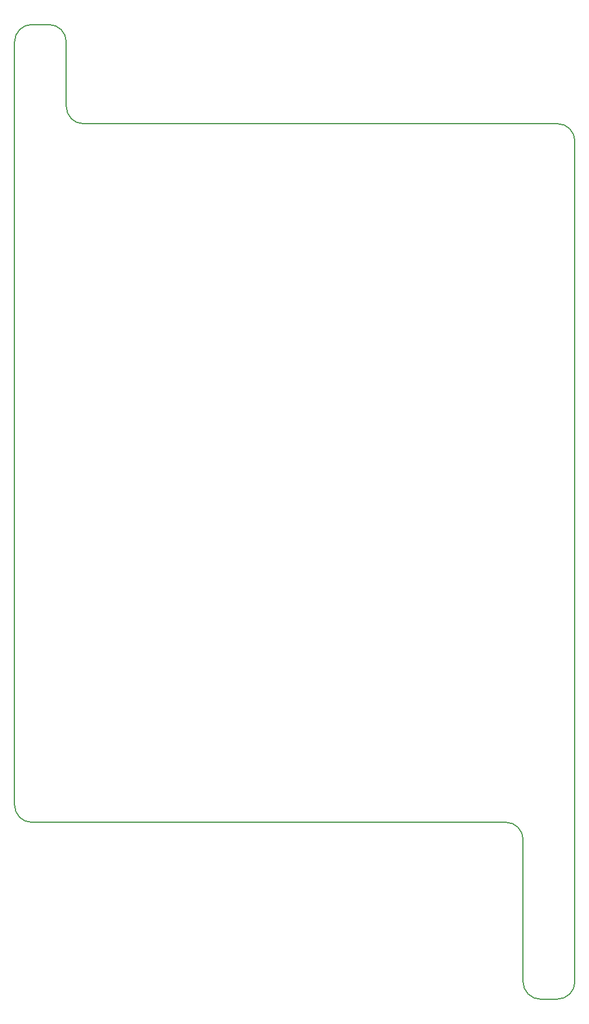
<source format=gbr>
G04 #@! TF.GenerationSoftware,KiCad,Pcbnew,(2017-06-14 revision cf083a20c)-makepkg*
G04 #@! TF.CreationDate,2017-07-19T11:09:17+02:00*
G04 #@! TF.ProjectId,dds_pi,6464735F70692E6B696361645F706362,1.0*
G04 #@! TF.SameCoordinates,Original
G04 #@! TF.FileFunction,Profile,NP*
%FSLAX46Y46*%
G04 Gerber Fmt 4.6, Leading zero omitted, Abs format (unit mm)*
G04 Created by KiCad (PCBNEW (2017-06-14 revision cf083a20c)-makepkg) date 07/19/17 11:09:17*
%MOMM*%
%LPD*%
G01*
G04 APERTURE LIST*
%ADD10C,0.150000*%
G04 APERTURE END LIST*
D10*
X58420000Y-151765000D02*
X58420000Y-39370000D01*
X130810000Y-154305000D02*
X60960000Y-154305000D01*
X133350000Y-156845000D02*
X133350000Y-177800000D01*
X133350000Y-156845000D02*
G75*
G03X130810000Y-154305000I-2540000J0D01*
G01*
X58420000Y-151765000D02*
G75*
G03X60960000Y-154305000I2540000J0D01*
G01*
X140970000Y-53975000D02*
X140970000Y-177800000D01*
X138430000Y-51435000D02*
X68580000Y-51435000D01*
X140970000Y-53975000D02*
G75*
G03X138430000Y-51435000I-2540000J0D01*
G01*
X66040000Y-48895000D02*
X66040000Y-39370000D01*
X66040000Y-48895000D02*
G75*
G03X68580000Y-51435000I2540000J0D01*
G01*
X133350000Y-177800000D02*
G75*
G03X135890000Y-180340000I2540000J0D01*
G01*
X138430000Y-180340000D02*
G75*
G03X140970000Y-177800000I0J2540000D01*
G01*
X138430000Y-180340000D02*
X135890000Y-180340000D01*
X60960000Y-36830000D02*
X63500000Y-36830000D01*
X66040000Y-39370000D02*
G75*
G03X63500000Y-36830000I-2540000J0D01*
G01*
X60960000Y-36830000D02*
G75*
G03X58420000Y-39370000I0J-2540000D01*
G01*
M02*

</source>
